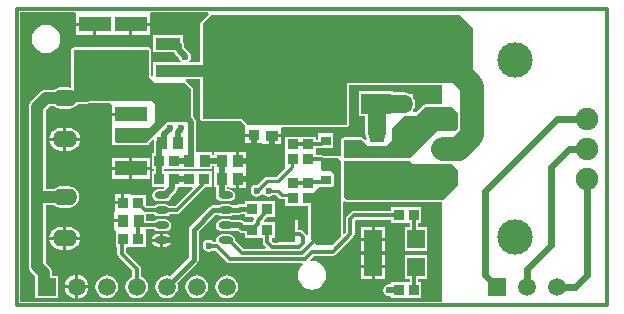
<source format=gtl>
G04*
G04 #@! TF.GenerationSoftware,Altium Limited,Altium Designer,21.1.0 (24)*
G04*
G04 Layer_Physical_Order=1*
G04 Layer_Color=255*
%FSLAX44Y44*%
%MOMM*%
G71*
G04*
G04 #@! TF.SameCoordinates,11EEB628-8EEC-4D1F-BDFF-B4013DCA5F77*
G04*
G04*
G04 #@! TF.FilePolarity,Positive*
G04*
G01*
G75*
%ADD12C,0.4000*%
%ADD14C,0.2540*%
%ADD15C,0.5000*%
%ADD16C,0.3000*%
%ADD17R,1.2000X1.6500*%
%ADD18C,0.3000*%
%ADD19R,1.5000X1.6000*%
%ADD20R,0.8500X0.9500*%
%ADD21R,2.7000X1.3000*%
%ADD22R,1.2000X1.2000*%
%ADD23R,1.2000X1.2000*%
%ADD24R,0.9000X1.0000*%
%ADD25R,2.1500X1.0000*%
%ADD26R,2.1500X3.2500*%
%ADD27R,0.9000X0.8000*%
%ADD28O,1.2000X0.6000*%
%ADD29R,0.9500X0.8500*%
%ADD30R,2.5000X1.7000*%
%ADD31R,1.0000X0.9000*%
%ADD52C,1.0000*%
%ADD53C,1.5000*%
%ADD54C,2.0000*%
%ADD55C,0.8000*%
%ADD56C,0.6000*%
%ADD57R,1.5840X2.7290*%
%ADD58R,1.5000X3.9622*%
%ADD59O,2.1000X1.4000*%
%ADD60R,1.5000X1.5000*%
%ADD61C,1.5000*%
%ADD62C,1.9050*%
%ADD63C,3.0000*%
%ADD64C,0.6000*%
G36*
X162400Y247207D02*
X162697Y246181D01*
X156038Y239522D01*
X155596Y238860D01*
X155441Y238080D01*
X155441Y205180D01*
X146573D01*
X146206Y206132D01*
X146142Y206450D01*
X147210Y208049D01*
X147598Y210000D01*
X147210Y211951D01*
X146105Y213605D01*
X144748Y214512D01*
X141748Y217511D01*
Y220100D01*
X141399Y221856D01*
X141270Y222049D01*
Y228120D01*
X115770D01*
Y214120D01*
X132868D01*
X132921Y213855D01*
X133916Y212366D01*
X137680Y208602D01*
X137790Y208049D01*
X138858Y206450D01*
X138794Y206132D01*
X138427Y205180D01*
X136140D01*
X135681Y205120D01*
X115770D01*
Y193773D01*
X114623Y193277D01*
X113799Y193949D01*
X113799Y215900D01*
X113644Y216680D01*
X113202Y217342D01*
X112540Y217784D01*
X112020Y217887D01*
Y218020D01*
X50540D01*
Y217939D01*
X48260D01*
X47480Y217784D01*
X46818Y217342D01*
X46376Y216680D01*
X46221Y215900D01*
X46221Y184747D01*
X45266Y183909D01*
X44140Y184058D01*
X37140D01*
X34790Y183748D01*
X32601Y182841D01*
X31583Y182060D01*
X25000D01*
X23173Y181820D01*
X21470Y181115D01*
X20008Y179993D01*
X12507Y172492D01*
X11386Y171030D01*
X10680Y169327D01*
X10440Y167500D01*
Y32500D01*
X10680Y30673D01*
X11386Y28970D01*
X12507Y27508D01*
X15840Y24176D01*
Y17740D01*
X15900Y17281D01*
Y5740D01*
X34900D01*
Y24740D01*
X29960D01*
Y27100D01*
X29720Y28927D01*
X29014Y30630D01*
X27892Y32092D01*
X24560Y35424D01*
Y84100D01*
X31557D01*
X32601Y83299D01*
X34790Y82392D01*
X37140Y82082D01*
X44140D01*
X46490Y82392D01*
X48679Y83299D01*
X50559Y84741D01*
X52001Y86621D01*
X52908Y88811D01*
X53218Y91160D01*
X52908Y93509D01*
X52001Y95699D01*
X50559Y97579D01*
X48679Y99021D01*
X46490Y99928D01*
X44140Y100238D01*
X37140D01*
X34790Y99928D01*
X32601Y99021D01*
X31557Y98220D01*
X24560D01*
Y164576D01*
X27924Y167940D01*
X31531D01*
X32601Y167118D01*
X34790Y166212D01*
X37140Y165902D01*
X44140D01*
X46490Y166212D01*
X48679Y167118D01*
X50559Y168561D01*
X51671Y170010D01*
X59288D01*
X61629Y170476D01*
X61935Y170681D01*
X79368D01*
X80480Y169411D01*
Y162530D01*
X96520D01*
Y159990D01*
X80480D01*
Y152220D01*
X81020Y152040D01*
Y135040D01*
X112020D01*
Y137076D01*
X115156Y140212D01*
X115163Y140209D01*
X116203Y139464D01*
X115912Y137998D01*
Y128670D01*
X114250D01*
Y115170D01*
X115912D01*
Y113430D01*
X114250D01*
Y99930D01*
X124621D01*
X125107Y98757D01*
X124159Y97808D01*
X119820D01*
X117869Y97420D01*
X116215Y96315D01*
X115110Y94661D01*
X114722Y92710D01*
X115110Y90759D01*
X116215Y89105D01*
X117869Y88000D01*
X119820Y87612D01*
X125820D01*
X127771Y88000D01*
X129425Y89105D01*
X130530Y90759D01*
X130640Y91312D01*
X134994Y95666D01*
X135989Y97155D01*
X136338Y98911D01*
Y99930D01*
X148572D01*
X149058Y98757D01*
X134071Y83770D01*
X129193D01*
X127771Y84720D01*
X125820Y85108D01*
X119820D01*
X117869Y84720D01*
X116215Y83615D01*
X116191Y83579D01*
X110348D01*
X109270Y84657D01*
Y93110D01*
X96810D01*
Y93650D01*
X91290D01*
Y86360D01*
X90020D01*
Y85090D01*
X83230D01*
Y79070D01*
X82730Y78660D01*
X82730D01*
Y72390D01*
X89770D01*
Y69850D01*
X82730D01*
Y63580D01*
X82998D01*
X83770Y62630D01*
X83770Y62310D01*
Y49130D01*
X85331D01*
Y43180D01*
X85603Y41814D01*
X86377Y40657D01*
X98031Y29002D01*
Y24045D01*
X96809Y23538D01*
X94824Y22016D01*
X93302Y20031D01*
X92345Y17720D01*
X92018Y15240D01*
X92345Y12760D01*
X93302Y10449D01*
X94824Y8465D01*
X96809Y6942D01*
X99120Y5985D01*
X101600Y5658D01*
X104080Y5985D01*
X106391Y6942D01*
X108376Y8465D01*
X109898Y10449D01*
X110856Y12760D01*
X111182Y15240D01*
X110856Y17720D01*
X109898Y20031D01*
X108376Y22016D01*
X106391Y23538D01*
X105169Y24045D01*
Y30480D01*
X104897Y31846D01*
X104123Y33003D01*
X92469Y44658D01*
Y48232D01*
X93367Y49130D01*
X96270Y49130D01*
X97540Y49130D01*
X109270D01*
Y62630D01*
X109270D01*
X109653Y63741D01*
X116191D01*
X116215Y63705D01*
X117869Y62600D01*
X119820Y62212D01*
X125820D01*
X127771Y62600D01*
X129425Y63705D01*
X130530Y65359D01*
X130918Y67310D01*
X130530Y69261D01*
X129425Y70915D01*
X127771Y72020D01*
X125820Y72408D01*
X119820D01*
X117869Y72020D01*
X116215Y70915D01*
X116191Y70879D01*
X109770D01*
Y76441D01*
X116191D01*
X116215Y76405D01*
X117869Y75300D01*
X119820Y74912D01*
X125820D01*
X127771Y75300D01*
X129425Y76405D01*
X129577Y76633D01*
X135549D01*
X136915Y76904D01*
X138072Y77678D01*
X159673Y99279D01*
X160108Y99930D01*
X165150D01*
Y113430D01*
X153420D01*
X152650Y113430D01*
Y113430D01*
X152150D01*
Y113430D01*
X128020D01*
X127250Y113430D01*
Y113430D01*
X126750D01*
Y113430D01*
X125088D01*
Y115170D01*
X126750D01*
Y115170D01*
X127250D01*
Y115170D01*
X139150D01*
Y114920D01*
X151380D01*
X152150Y114920D01*
X153420Y114920D01*
X165650D01*
Y117332D01*
X167090D01*
Y114920D01*
X167090D01*
Y113680D01*
X167090D01*
Y99680D01*
X169002D01*
Y93714D01*
X168802Y92710D01*
X169190Y90759D01*
X170295Y89105D01*
X171949Y88000D01*
X173900Y87612D01*
X179900D01*
X181851Y88000D01*
X183505Y89105D01*
X184610Y90759D01*
X184998Y92710D01*
X184610Y94661D01*
X183505Y96315D01*
X181851Y97420D01*
X179900Y97808D01*
X178178D01*
Y99680D01*
X180050D01*
Y99140D01*
X185820D01*
Y106680D01*
X187090D01*
Y107950D01*
X194130D01*
Y114220D01*
X194130D01*
Y114380D01*
X194130D01*
Y120650D01*
X187090D01*
Y121920D01*
X185820D01*
Y129460D01*
X180050D01*
Y128920D01*
X167090D01*
Y126508D01*
X165650D01*
Y128920D01*
X153420D01*
X152650Y128920D01*
X151908Y129883D01*
Y147500D01*
Y154940D01*
X151559Y156696D01*
X150564Y158184D01*
X149359Y159389D01*
X149359Y172720D01*
X149359Y172720D01*
Y182880D01*
X149359Y182880D01*
X149204Y183660D01*
X148762Y184322D01*
X148762Y184322D01*
X143682Y189402D01*
X143102Y189790D01*
X143089Y189883D01*
X143799Y191060D01*
X155441D01*
X155441Y157480D01*
X155596Y156700D01*
X156038Y156038D01*
X156700Y155596D01*
X157480Y155441D01*
X189655D01*
X193676Y151420D01*
X193370Y150150D01*
X193370D01*
Y144630D01*
X200660D01*
Y143360D01*
X201930D01*
Y136570D01*
X207950D01*
X208360Y136070D01*
Y136070D01*
X214630D01*
Y143110D01*
X215900D01*
Y144380D01*
X223440D01*
Y149091D01*
X224623Y150361D01*
X279400Y150361D01*
X280180Y150516D01*
X280842Y150958D01*
X281284Y151620D01*
X281439Y152400D01*
X281439Y185921D01*
X360000Y185921D01*
Y169679D01*
X345440D01*
X344660Y169524D01*
X343998Y169082D01*
X337812Y162896D01*
X336059Y162914D01*
X335660Y163329D01*
Y165000D01*
X335958Y165389D01*
X336916Y167700D01*
X337242Y170180D01*
X336916Y172660D01*
X335958Y174971D01*
X335660Y175360D01*
Y178180D01*
X332840D01*
X332451Y178478D01*
X330140Y179436D01*
X327660Y179762D01*
X318980D01*
Y180680D01*
X289980D01*
Y159680D01*
X295218D01*
Y145546D01*
X295544Y143066D01*
X296502Y140755D01*
X296531Y140716D01*
X296408Y140072D01*
X295034Y139650D01*
X293542Y141142D01*
X293542Y141142D01*
X292880Y141584D01*
X292100Y141739D01*
X276860D01*
X276080Y141584D01*
X275418Y141142D01*
X274976Y140480D01*
X274821Y139700D01*
Y126099D01*
X273915Y125625D01*
X273551Y125543D01*
X272980Y125924D01*
X272200Y126079D01*
X260031D01*
X259646Y126337D01*
X258280Y126609D01*
X254028D01*
X253130Y127507D01*
X253130Y129290D01*
X253130Y130560D01*
Y132471D01*
X258280D01*
X259646Y132743D01*
X260090Y133040D01*
X268280D01*
Y145040D01*
X255280D01*
Y139609D01*
X253130D01*
Y142290D01*
X226930D01*
Y130560D01*
X226930Y129790D01*
X226930Y128520D01*
Y116790D01*
X226930D01*
X227378Y115708D01*
X220005Y108334D01*
X211680D01*
X210404Y108080D01*
X209322Y107358D01*
X203519Y101554D01*
X203200Y101618D01*
X201249Y101230D01*
X199595Y100125D01*
X198490Y98471D01*
X198102Y96520D01*
X198490Y94569D01*
X199595Y92915D01*
X201249Y91810D01*
X203200Y91422D01*
X205151Y91810D01*
X206805Y92915D01*
X207558Y94043D01*
X209002D01*
X209755Y92915D01*
X211409Y91810D01*
X213360Y91422D01*
X215311Y91810D01*
X216965Y92915D01*
X217146Y93186D01*
X219599D01*
X222176Y90609D01*
X223258Y89886D01*
X224534Y89633D01*
X226930D01*
Y83770D01*
X246881D01*
Y78740D01*
X246881Y59431D01*
X245611Y59144D01*
X245023Y60023D01*
X242523Y62523D01*
X241366Y63297D01*
X240000Y63569D01*
X238380D01*
Y71750D01*
X231110D01*
Y60960D01*
X229840D01*
Y59690D01*
X221300D01*
Y52587D01*
X217460D01*
X215809Y54238D01*
Y56750D01*
X218490D01*
Y70250D01*
X209629D01*
X209143Y71423D01*
X210053Y72333D01*
X210151Y72479D01*
X212013Y74342D01*
X212139Y74530D01*
X218490D01*
Y88030D01*
X206760D01*
X205990Y88030D01*
Y88030D01*
X205490D01*
Y88030D01*
X192990D01*
Y85358D01*
X188990D01*
X187429Y85048D01*
X186566Y84471D01*
X182223D01*
X181851Y84720D01*
X179900Y85108D01*
X173900D01*
X171949Y84720D01*
X171004Y84088D01*
X166370D01*
X166370Y84088D01*
X164809Y83778D01*
X163486Y82894D01*
X163486Y82894D01*
X147116Y66524D01*
X146232Y65201D01*
X145922Y63640D01*
X145922Y63640D01*
Y39929D01*
X130193Y24200D01*
X129480Y24495D01*
X127000Y24822D01*
X124520Y24495D01*
X122209Y23538D01*
X120225Y22016D01*
X118702Y20031D01*
X117745Y17720D01*
X117418Y15240D01*
X117745Y12760D01*
X118702Y10449D01*
X120225Y8465D01*
X122209Y6942D01*
X124520Y5985D01*
X127000Y5658D01*
X129480Y5985D01*
X131791Y6942D01*
X133775Y8465D01*
X135298Y10449D01*
X136256Y12760D01*
X136582Y15240D01*
X136256Y17720D01*
X135960Y18433D01*
X152884Y35356D01*
X152884Y35356D01*
X153768Y36679D01*
X154078Y38240D01*
Y61951D01*
X168059Y75932D01*
X171004D01*
X171949Y75300D01*
X173900Y74912D01*
X179900D01*
X181851Y75300D01*
X183369Y76314D01*
X188102D01*
X188103Y76314D01*
X189663Y76625D01*
X190527Y77202D01*
X192990D01*
Y74530D01*
X200407D01*
X201066Y73260D01*
X200653Y72642D01*
X200381Y71277D01*
Y70250D01*
X192990D01*
X191962Y70833D01*
X191177Y71358D01*
X189421Y71707D01*
X182319D01*
X181851Y72020D01*
X179900Y72408D01*
X173900D01*
X171949Y72020D01*
X170295Y70915D01*
X169190Y69261D01*
X168802Y67310D01*
X169190Y65359D01*
X170295Y63705D01*
X171949Y62600D01*
X173900Y62212D01*
X179900D01*
X181501Y62530D01*
X187521D01*
X187894Y62157D01*
X189383Y61163D01*
X191138Y60813D01*
X192990D01*
Y56750D01*
X204720D01*
X205490Y56750D01*
Y56750D01*
X205990D01*
Y56750D01*
X208671D01*
Y52760D01*
X208943Y51394D01*
X209717Y50237D01*
X211193Y48760D01*
X210707Y47587D01*
X191970D01*
X184989Y54567D01*
X184998Y54610D01*
X184610Y56561D01*
X183505Y58215D01*
X181851Y59320D01*
X179900Y59708D01*
X173900D01*
X171949Y59320D01*
X170295Y58215D01*
X169190Y56561D01*
X168802Y54610D01*
X168928Y53976D01*
X168122Y52995D01*
X166513D01*
X166105Y53605D01*
X164451Y54710D01*
X162500Y55098D01*
X160549Y54710D01*
X158895Y53605D01*
X157790Y51951D01*
X157402Y50000D01*
X157790Y48049D01*
X158895Y46395D01*
X160549Y45290D01*
X162500Y44902D01*
X164451Y45290D01*
X165300Y45857D01*
X168414D01*
X177877Y36394D01*
X179034Y35621D01*
X180400Y35349D01*
X241800D01*
X242208Y34146D01*
X241441Y33558D01*
X239518Y31052D01*
X238309Y28133D01*
X237896Y25000D01*
X238309Y21867D01*
X239518Y18948D01*
X241441Y16442D01*
X243948Y14518D01*
X246867Y13309D01*
X250000Y12896D01*
X253133Y13309D01*
X256052Y14518D01*
X258559Y16442D01*
X260482Y18948D01*
X261691Y21867D01*
X262104Y25000D01*
X261691Y28133D01*
X260482Y31052D01*
X258559Y33558D01*
X256052Y35482D01*
X253133Y36691D01*
X250000Y37104D01*
X248787Y36944D01*
X248193Y38147D01*
X251478Y41431D01*
X267500D01*
X268866Y41703D01*
X270023Y42477D01*
X285023Y57477D01*
X285797Y58634D01*
X286069Y60000D01*
Y71022D01*
X287170Y72123D01*
X317250D01*
Y68942D01*
X328980D01*
X329750Y68942D01*
X331020Y68942D01*
X332931D01*
Y65626D01*
X328500D01*
Y45626D01*
X347500D01*
Y65626D01*
X340069D01*
Y68942D01*
X342750D01*
Y82442D01*
X331020D01*
X330250Y82442D01*
X328980Y82442D01*
X317250D01*
Y79261D01*
X285692D01*
X284326Y78989D01*
X283169Y78215D01*
X279977Y75023D01*
X279203Y73866D01*
X278931Y72500D01*
Y61478D01*
X277533Y60079D01*
X276359Y60565D01*
Y87398D01*
X277533Y87884D01*
X277958Y87458D01*
X278620Y87016D01*
X279400Y86861D01*
X360000D01*
Y2549D01*
X2549Y2549D01*
Y247451D01*
X49099D01*
X50000Y246181D01*
Y238790D01*
X66040D01*
Y237520D01*
X67310D01*
Y228480D01*
X95250D01*
Y237520D01*
X96520D01*
Y238790D01*
X112560D01*
Y246181D01*
X112560Y246560D01*
X113461Y247451D01*
X162221Y247451D01*
X162400Y247207D01*
D02*
G37*
G36*
X386588Y233812D02*
X386588Y187960D01*
X279400Y187960D01*
X279400Y152400D01*
X195580Y152400D01*
X190500Y157480D01*
X157480D01*
X157480Y238080D01*
X164400Y245000D01*
X375400Y245000D01*
X386588Y233812D01*
D02*
G37*
G36*
X111760Y193040D02*
X116840Y187960D01*
X142240Y187960D01*
X147320Y182880D01*
Y172720D01*
X147320Y172720D01*
X147320Y154940D01*
X127000Y154940D01*
X109220Y137160D01*
X83820Y137160D01*
Y149860D01*
X111760D01*
X116840Y154940D01*
Y170180D01*
X114300Y172720D01*
X48260Y172720D01*
X48260Y215900D01*
X111760Y215900D01*
X111760Y193040D01*
D02*
G37*
G36*
X373380Y162560D02*
Y149860D01*
X370840Y147320D01*
X355600D01*
X332740Y124460D01*
X276860D01*
Y139700D01*
X292100D01*
X297180Y134620D01*
X312420D01*
X317500Y139700D01*
Y149860D01*
X327660Y160020D01*
X337820Y160020D01*
X345440Y167640D01*
X368300D01*
X373380Y162560D01*
D02*
G37*
G36*
X335280Y119380D02*
X368300D01*
X373380Y114300D01*
Y101600D01*
X360680Y88900D01*
X279400D01*
X276860Y91440D01*
Y121920D01*
X332740D01*
X335280Y119380D01*
D02*
G37*
G36*
X274320Y121920D02*
Y58420D01*
X266700Y50800D01*
X254000D01*
X248920Y55880D01*
X248920Y78740D01*
X248920Y92211D01*
X256278Y99568D01*
X267208D01*
X268529Y100889D01*
X268529Y110947D01*
X266192Y113284D01*
X259080Y113284D01*
X257280Y115084D01*
X257280Y124040D01*
X272200D01*
X274320Y121920D01*
D02*
G37*
%LPC*%
G36*
X112560Y236250D02*
X97790D01*
Y228480D01*
X112560D01*
Y236250D01*
D02*
G37*
G36*
X64770D02*
X50000D01*
Y228480D01*
X64770D01*
Y236250D01*
D02*
G37*
G36*
X25000Y237104D02*
X21867Y236691D01*
X18948Y235482D01*
X16442Y233559D01*
X14518Y231052D01*
X13309Y228133D01*
X12896Y225000D01*
X13309Y221867D01*
X14518Y218948D01*
X16442Y216441D01*
X18948Y214518D01*
X21867Y213309D01*
X25000Y212896D01*
X28133Y213309D01*
X31052Y214518D01*
X33558Y216441D01*
X35482Y218948D01*
X36691Y221867D01*
X37104Y225000D01*
X36691Y228133D01*
X35482Y231052D01*
X33558Y233559D01*
X31052Y235482D01*
X28133Y236691D01*
X25000Y237104D01*
D02*
G37*
G36*
X44140Y149602D02*
X41910D01*
Y141250D01*
X53595D01*
X53434Y142471D01*
X52473Y144791D01*
X50944Y146784D01*
X48951Y148313D01*
X46630Y149275D01*
X44140Y149602D01*
D02*
G37*
G36*
X39370D02*
X37140D01*
X34650Y149275D01*
X32329Y148313D01*
X30336Y146784D01*
X28807Y144791D01*
X27846Y142471D01*
X27685Y141250D01*
X39370D01*
Y149602D01*
D02*
G37*
G36*
X199390Y142090D02*
X193370D01*
Y136570D01*
X199390D01*
Y142090D01*
D02*
G37*
G36*
X223440Y141840D02*
X217170D01*
Y136070D01*
X223440D01*
Y141840D01*
D02*
G37*
G36*
X53595Y138710D02*
X41910D01*
Y130358D01*
X44140D01*
X46630Y130686D01*
X48951Y131647D01*
X50944Y133176D01*
X52473Y135169D01*
X53434Y137490D01*
X53595Y138710D01*
D02*
G37*
G36*
X39370D02*
X27685D01*
X27846Y137490D01*
X28807Y135169D01*
X30336Y133176D01*
X32329Y131647D01*
X34650Y130686D01*
X37140Y130358D01*
X39370D01*
Y138710D01*
D02*
G37*
G36*
X194130Y129460D02*
X188360D01*
Y123190D01*
X194130D01*
Y129460D01*
D02*
G37*
G36*
X112560Y124580D02*
X97790D01*
Y116810D01*
X112560D01*
Y124580D01*
D02*
G37*
G36*
X95250D02*
X80480D01*
Y116810D01*
X95250D01*
Y124580D01*
D02*
G37*
G36*
X112560Y114270D02*
X97790D01*
Y106500D01*
X112560D01*
Y114270D01*
D02*
G37*
G36*
X95250D02*
X80480D01*
Y106500D01*
X95250D01*
Y114270D01*
D02*
G37*
G36*
X194130Y105410D02*
X188360D01*
Y99140D01*
X194130D01*
Y105410D01*
D02*
G37*
G36*
X88750Y93650D02*
X83230D01*
Y87630D01*
X88750D01*
Y93650D01*
D02*
G37*
G36*
X228570Y71750D02*
X221300D01*
Y62230D01*
X228570D01*
Y71750D01*
D02*
G37*
G36*
X44140Y65782D02*
X41910D01*
Y57430D01*
X53595D01*
X53434Y58650D01*
X52473Y60971D01*
X50944Y62964D01*
X48951Y64493D01*
X46630Y65455D01*
X44140Y65782D01*
D02*
G37*
G36*
X39370D02*
X37140D01*
X34650Y65455D01*
X32329Y64493D01*
X30336Y62964D01*
X28807Y60971D01*
X27846Y58650D01*
X27685Y57430D01*
X39370D01*
Y65782D01*
D02*
G37*
G36*
X312040Y66166D02*
X303270D01*
Y56896D01*
X312040D01*
Y66166D01*
D02*
G37*
G36*
X300730D02*
X291960D01*
Y56896D01*
X300730D01*
Y66166D01*
D02*
G37*
G36*
X125820Y60258D02*
X124090D01*
Y55880D01*
X131216D01*
X131039Y56772D01*
X129814Y58604D01*
X127982Y59829D01*
X125820Y60258D01*
D02*
G37*
G36*
X121550D02*
X119820D01*
X117658Y59829D01*
X115826Y58604D01*
X114601Y56772D01*
X114424Y55880D01*
X121550D01*
Y60258D01*
D02*
G37*
G36*
X131216Y53340D02*
X124090D01*
Y48962D01*
X125820D01*
X127982Y49391D01*
X129814Y50616D01*
X131039Y52448D01*
X131216Y53340D01*
D02*
G37*
G36*
X121550D02*
X114424D01*
X114601Y52448D01*
X115826Y50616D01*
X117658Y49391D01*
X119820Y48962D01*
X121550D01*
Y53340D01*
D02*
G37*
G36*
X53595Y54890D02*
X41910D01*
Y46538D01*
X44140D01*
X46630Y46866D01*
X48951Y47827D01*
X50944Y49356D01*
X52473Y51349D01*
X53434Y53670D01*
X53595Y54890D01*
D02*
G37*
G36*
X39370D02*
X27685D01*
X27846Y53670D01*
X28807Y51349D01*
X30336Y49356D01*
X32329Y47827D01*
X34650Y46866D01*
X37140Y46538D01*
X39370D01*
Y54890D01*
D02*
G37*
G36*
X312040Y54356D02*
X303270D01*
Y45086D01*
X312040D01*
Y54356D01*
D02*
G37*
G36*
X300730D02*
X291960D01*
Y45086D01*
X300730D01*
Y54356D01*
D02*
G37*
G36*
X312040Y42544D02*
X303270D01*
Y33274D01*
X312040D01*
Y42544D01*
D02*
G37*
G36*
X300730D02*
X291960D01*
Y33274D01*
X300730D01*
Y42544D01*
D02*
G37*
G36*
X312040Y30734D02*
X303270D01*
Y21464D01*
X312040D01*
Y30734D01*
D02*
G37*
G36*
X300730D02*
X291960D01*
Y21464D01*
X300730D01*
Y30734D01*
D02*
G37*
G36*
X347500Y42004D02*
X328500D01*
Y22004D01*
X332931D01*
Y19840D01*
X332033Y18942D01*
X330250Y18942D01*
X328980Y18942D01*
X317250D01*
Y17958D01*
X316268Y17152D01*
X315576Y17290D01*
X313625Y16902D01*
X311971Y15797D01*
X310866Y14143D01*
X310478Y12192D01*
X310866Y10241D01*
X311971Y8587D01*
X313625Y7482D01*
X315576Y7094D01*
X316268Y7232D01*
X317250Y6426D01*
Y5442D01*
X328980D01*
X329750Y5442D01*
X331020Y5442D01*
X342750D01*
Y18942D01*
X340069D01*
Y22004D01*
X347500D01*
Y42004D01*
D02*
G37*
G36*
X52070Y25199D02*
Y16510D01*
X60759D01*
X60582Y17861D01*
X59570Y20303D01*
X57961Y22401D01*
X55863Y24010D01*
X53421Y25022D01*
X52070Y25199D01*
D02*
G37*
G36*
X49530D02*
X48179Y25022D01*
X45737Y24010D01*
X43639Y22401D01*
X42030Y20303D01*
X41018Y17861D01*
X40841Y16510D01*
X49530D01*
Y25199D01*
D02*
G37*
G36*
X177800Y24822D02*
X175320Y24495D01*
X173009Y23538D01*
X171024Y22016D01*
X169502Y20031D01*
X168545Y17720D01*
X168218Y15240D01*
X168545Y12760D01*
X169502Y10449D01*
X171024Y8465D01*
X173009Y6942D01*
X175320Y5985D01*
X177800Y5658D01*
X180280Y5985D01*
X182591Y6942D01*
X184575Y8465D01*
X186098Y10449D01*
X187055Y12760D01*
X187382Y15240D01*
X187055Y17720D01*
X186098Y20031D01*
X184575Y22016D01*
X182591Y23538D01*
X180280Y24495D01*
X177800Y24822D01*
D02*
G37*
G36*
X152400D02*
X149920Y24495D01*
X147609Y23538D01*
X145625Y22016D01*
X144102Y20031D01*
X143145Y17720D01*
X142818Y15240D01*
X143145Y12760D01*
X144102Y10449D01*
X145625Y8465D01*
X147609Y6942D01*
X149920Y5985D01*
X152400Y5658D01*
X154880Y5985D01*
X157191Y6942D01*
X159175Y8465D01*
X160698Y10449D01*
X161656Y12760D01*
X161982Y15240D01*
X161656Y17720D01*
X160698Y20031D01*
X159175Y22016D01*
X157191Y23538D01*
X154880Y24495D01*
X152400Y24822D01*
D02*
G37*
G36*
X76200D02*
X73720Y24495D01*
X71409Y23538D01*
X69425Y22016D01*
X67902Y20031D01*
X66944Y17720D01*
X66618Y15240D01*
X66944Y12760D01*
X67902Y10449D01*
X69425Y8465D01*
X71409Y6942D01*
X73720Y5985D01*
X76200Y5658D01*
X78680Y5985D01*
X80991Y6942D01*
X82975Y8465D01*
X84498Y10449D01*
X85456Y12760D01*
X85782Y15240D01*
X85456Y17720D01*
X84498Y20031D01*
X82975Y22016D01*
X80991Y23538D01*
X78680Y24495D01*
X76200Y24822D01*
D02*
G37*
G36*
X60759Y13970D02*
X52070D01*
Y5281D01*
X53421Y5458D01*
X55863Y6470D01*
X57961Y8079D01*
X59570Y10177D01*
X60582Y12619D01*
X60759Y13970D01*
D02*
G37*
G36*
X49530D02*
X40841D01*
X41018Y12619D01*
X42030Y10177D01*
X43639Y8079D01*
X45737Y6470D01*
X48179Y5458D01*
X49530Y5281D01*
Y13970D01*
D02*
G37*
%LPD*%
D12*
X150000Y63640D02*
X166370Y80010D01*
X127000Y15240D02*
X150000Y38240D01*
Y63640D01*
X166370Y80010D02*
X176900D01*
X177283Y80393D01*
X188103D01*
X188990Y81280D02*
X199240D01*
X188103Y80393D02*
X188990Y81280D01*
X198353Y80393D02*
X199240Y81280D01*
D14*
X203200Y96520D02*
X211680Y105000D01*
X301459Y44356D02*
X302000Y43815D01*
X211680Y105000D02*
X221386D01*
X232854Y116468D01*
Y122214D02*
X233680Y123040D01*
X232854Y116468D02*
Y122214D01*
X220980Y96520D02*
X224534Y92966D01*
X213360Y96520D02*
X220980D01*
X215900Y143110D02*
X216082Y142928D01*
X224534Y92966D02*
X230733D01*
X233680Y90020D01*
D15*
X137160Y215611D02*
Y220100D01*
Y215611D02*
X142500Y210271D01*
Y210000D02*
Y210271D01*
X187100Y106690D02*
X194985D01*
X187090Y106680D02*
X187100Y106690D01*
X194985D02*
X194995Y106699D01*
X315576Y12192D02*
X323500D01*
X122820Y54610D02*
X134339D01*
X187090Y121920D02*
X195014D01*
X200660Y135436D02*
Y143360D01*
X216082Y135004D02*
Y142928D01*
X147320Y147500D02*
Y154940D01*
Y123590D02*
Y147500D01*
X136290Y145970D02*
X139240Y148920D01*
X145650Y121920D02*
X147320Y123590D01*
X139240Y148920D02*
Y149400D01*
X142240Y160020D02*
X147320Y154940D01*
X136290Y137160D02*
Y145970D01*
X124790Y144379D02*
X129540Y149129D01*
Y149400D01*
X197490Y65402D02*
X199240Y63651D01*
X189421Y67119D02*
X191138Y65402D01*
X197490D01*
X199240Y63500D02*
Y63651D01*
X177091Y67119D02*
X189421D01*
X176900Y67310D02*
X177091Y67119D01*
X173590Y106680D02*
Y121920D01*
Y93291D02*
Y106680D01*
X174171Y92710D02*
X176900D01*
X173590Y93291D02*
X174171Y92710D01*
X159150Y121920D02*
X173590D01*
X120500Y106680D02*
Y121920D01*
X123128Y137998D02*
X124790Y139660D01*
Y144379D01*
X120500Y121920D02*
Y137998D01*
X120790D02*
X123128D01*
X133500Y121920D02*
X145650D01*
X133500Y106680D02*
X145900D01*
X122820Y92710D02*
X125549D01*
X131750Y98911D01*
Y104930D01*
X133500Y106680D01*
D16*
X212240Y52760D02*
X215982Y49018D01*
X179900Y54610D02*
X190492Y44018D01*
X241518D02*
X251800Y54300D01*
X190492Y44018D02*
X241518D01*
X215982Y49018D02*
X239018D01*
X242500Y52500D01*
X243918Y38918D02*
X250000Y45000D01*
X267500D01*
X180400Y38918D02*
X243918D01*
X282500Y72500D02*
X285692Y75692D01*
X323500D01*
X282500Y60000D02*
Y72500D01*
X267500Y45000D02*
X282500Y60000D01*
X251800Y54300D02*
X253340D01*
X242500Y52500D02*
Y57500D01*
X240000Y60000D02*
X242500Y57500D01*
X169892Y49426D02*
X180400Y38918D01*
X212240Y52760D02*
Y63500D01*
X235000Y60000D02*
X240000D01*
X253340Y54300D02*
X257840Y58800D01*
Y60960D01*
X336500Y30504D02*
X338000Y32004D01*
X336500Y12192D02*
Y30504D01*
Y57126D02*
Y75692D01*
Y57126D02*
X338000Y55626D01*
X176900Y54610D02*
X179900D01*
X163074Y49426D02*
X169892D01*
X162500Y50000D02*
X163074Y49426D01*
X259473Y103553D02*
X261940Y106020D01*
X246380Y103020D02*
X246913Y103553D01*
X259473D01*
X246380Y136040D02*
X258280D01*
X233680D02*
X246380D01*
X258280D02*
X261280Y139040D01*
X261780D01*
X258280Y123040D02*
X261280Y120040D01*
X246380Y123040D02*
X258280D01*
X261280Y120040D02*
X261780D01*
X258440Y90020D02*
X261440Y87020D01*
X261940D01*
X246380Y90020D02*
X258440D01*
X233680Y103020D02*
X246380D01*
X103020Y85860D02*
X108870Y80010D01*
X103020Y85860D02*
Y86360D01*
X108870Y80010D02*
X122820D01*
X103020Y55880D02*
Y66120D01*
X104210Y67310D01*
X122820D01*
X88900Y43180D02*
Y54760D01*
X90020Y55880D01*
X88900Y43180D02*
X101600Y30480D01*
Y15240D02*
Y30480D01*
X209490Y76865D02*
Y78530D01*
X212240Y81280D01*
X207530Y74905D02*
X209490Y76865D01*
X207530Y74857D02*
Y74905D01*
X203950Y68507D02*
Y71277D01*
X207530Y74857D01*
X201990Y66750D02*
X202193D01*
X203950Y68507D01*
X199240Y64000D02*
X201990Y66750D01*
X199240Y63500D02*
Y64000D01*
X135549Y80201D02*
X157150Y101802D01*
Y104930D02*
X158900Y106680D01*
X157150Y101802D02*
Y104930D01*
X123011Y80201D02*
X135549D01*
X122820Y80010D02*
X123011Y80201D01*
X0Y250000D02*
X500000Y250000D01*
X0Y0D02*
Y250000D01*
X500000Y0D02*
Y250000D01*
X0Y0D02*
X500000Y0D01*
D17*
X257840Y60960D02*
D03*
X229840D02*
D03*
D18*
X240000Y60000D02*
D03*
X235000D02*
D03*
D19*
X338000Y55626D02*
D03*
X302000D02*
D03*
X338000Y32004D02*
D03*
X302000D02*
D03*
D20*
X336500Y75692D02*
D03*
X323500D02*
D03*
X120500Y106680D02*
D03*
X133500D02*
D03*
X145900D02*
D03*
X158900D02*
D03*
X336500Y12192D02*
D03*
X323500D02*
D03*
X212240Y63500D02*
D03*
X199240D02*
D03*
X199240Y81280D02*
D03*
X212240D02*
D03*
X90020Y86360D02*
D03*
X103020D02*
D03*
X103020Y55880D02*
D03*
X90020D02*
D03*
X133500Y121920D02*
D03*
X120500D02*
D03*
D21*
X96520Y143540D02*
D03*
Y115540D02*
D03*
X66040Y237520D02*
D03*
Y209520D02*
D03*
X96520D02*
D03*
Y237520D02*
D03*
Y189260D02*
D03*
Y161260D02*
D03*
D22*
X304800Y143840D02*
D03*
X327660Y170180D02*
D03*
D23*
X304800Y115240D02*
D03*
X327660Y141580D02*
D03*
D24*
X89770Y71120D02*
D03*
X103270D02*
D03*
X187090Y106680D02*
D03*
X173590D02*
D03*
X187090Y121920D02*
D03*
X173590D02*
D03*
X145650D02*
D03*
X159150D02*
D03*
X136290Y137160D02*
D03*
X122790D02*
D03*
D25*
X128520Y221120D02*
D03*
Y198120D02*
D03*
Y175120D02*
D03*
D26*
X187020Y198120D02*
D03*
D27*
X261780Y139040D02*
D03*
Y120040D02*
D03*
X281780Y129540D02*
D03*
X261940Y106020D02*
D03*
Y87020D02*
D03*
X281940Y96520D02*
D03*
D28*
X122820Y92710D02*
D03*
Y80010D02*
D03*
Y67310D02*
D03*
Y54610D02*
D03*
X176900Y92710D02*
D03*
Y80010D02*
D03*
Y67310D02*
D03*
Y54610D02*
D03*
D29*
X246380Y123040D02*
D03*
Y136040D02*
D03*
Y90020D02*
D03*
Y103020D02*
D03*
X233680Y123040D02*
D03*
Y136040D02*
D03*
Y90020D02*
D03*
Y103020D02*
D03*
X200660Y156360D02*
D03*
Y143360D02*
D03*
D30*
X304480Y170180D02*
D03*
X264480D02*
D03*
D31*
X215900Y143110D02*
D03*
Y156610D02*
D03*
D52*
X17500Y32500D02*
Y167500D01*
X17500Y91160D02*
X40640D01*
X17500Y91160D02*
X17500Y91160D01*
X25000Y175000D02*
X40620D01*
X40640Y174980D01*
X17500Y167500D02*
X25000Y175000D01*
X22900Y17740D02*
X25400Y15240D01*
X22900Y17740D02*
Y27100D01*
X17500Y32500D02*
X22900Y27100D01*
X352928Y155748D02*
X358948D01*
X360680Y157480D01*
X326720Y140640D02*
X327660Y141580D01*
X136140Y198120D02*
X162560D01*
D53*
X304800Y145546D02*
Y169860D01*
X304480Y170180D02*
X304800Y169860D01*
X304480Y170180D02*
X327660D01*
D54*
X259080Y195580D02*
X261980Y192680D01*
X263480Y170180D02*
X264480D01*
X261980Y171680D02*
X263480Y170180D01*
X261980Y171680D02*
Y192680D01*
X385920Y143796D02*
Y185580D01*
X360680Y132080D02*
X374204D01*
X385920Y143796D01*
X373380Y198120D02*
X385920Y185580D01*
X199140Y198120D02*
X204220Y193040D01*
D55*
X59288Y176128D02*
X60960Y177800D01*
X40640Y174980D02*
X41788Y176128D01*
X59288D01*
D56*
X482600Y25400D02*
Y106680D01*
X472440Y15240D02*
X482600Y25400D01*
X457200Y15240D02*
X472440D01*
X452120Y50800D02*
Y116840D01*
X431800Y30480D02*
X452120Y50800D01*
X431800Y15240D02*
Y30480D01*
X396240Y96520D02*
X457200Y157480D01*
X396240Y25400D02*
Y96520D01*
Y25400D02*
X406400Y15240D01*
X467360Y132080D02*
X482600D01*
X452120Y116840D02*
X467360Y132080D01*
X457200Y157480D02*
X482600D01*
D57*
X227920Y66355D02*
D03*
D58*
X302000Y43815D02*
D03*
D59*
X40640Y91160D02*
D03*
Y56160D02*
D03*
Y174980D02*
D03*
Y139980D02*
D03*
D60*
X406400Y15240D02*
D03*
X25400D02*
D03*
D61*
X431800D02*
D03*
X457200D02*
D03*
X177800D02*
D03*
X152400D02*
D03*
X127000D02*
D03*
X101600D02*
D03*
X50800D02*
D03*
X76200D02*
D03*
D62*
X482600Y132080D02*
D03*
X360680D02*
D03*
Y157480D02*
D03*
Y106680D02*
D03*
X482600D02*
D03*
Y157480D02*
D03*
D63*
X421640Y207137D02*
D03*
Y57023D02*
D03*
D64*
X187500Y135000D02*
D03*
X142500Y210000D02*
D03*
X194995Y106699D02*
D03*
X203200Y96520D02*
D03*
X287500Y25000D02*
D03*
Y37500D02*
D03*
Y50000D02*
D03*
X213360Y96520D02*
D03*
X100000Y100000D02*
D03*
X87500D02*
D03*
X72500Y45000D02*
D03*
Y60000D02*
D03*
Y75000D02*
D03*
Y90000D02*
D03*
Y105000D02*
D03*
Y120000D02*
D03*
Y135000D02*
D03*
Y150000D02*
D03*
Y165000D02*
D03*
X42500Y237500D02*
D03*
X120000D02*
D03*
X102500Y225000D02*
D03*
X87500D02*
D03*
X72500D02*
D03*
X57500D02*
D03*
X242500Y77500D02*
D03*
X235000D02*
D03*
X227500Y77500D02*
D03*
X162500Y50000D02*
D03*
X315576Y12192D02*
D03*
X134339Y54610D02*
D03*
X195014Y121920D02*
D03*
X200660Y135436D02*
D03*
X216082Y135004D02*
D03*
X139240Y149400D02*
D03*
X129540D02*
D03*
M02*

</source>
